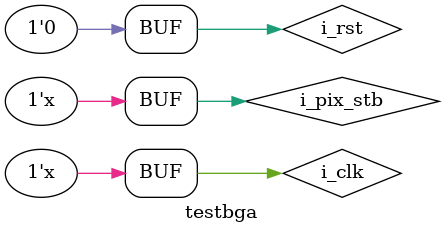
<source format=v>
`timescale 1ns / 1ps


module testbga;

	// Inputs
	reg i_clk;
	reg i_pix_stb;
	reg i_rst;

	// Outputs
	wire o_hs;
	wire o_vs;
	wire o_blanking;
	wire o_active;
	wire o_screenend;
	wire o_animate;
	wire [9:0] o_x;
	wire [8:0] o_y;

	// Instantiate the Unit Under Test (UUT)
	vga640x480 uut (
		.i_clk(i_clk), 
		.i_pix_stb(i_pix_stb), 
		.i_rst(i_rst), 
		.o_hs(o_hs), 
		.o_vs(o_vs), 
		.o_blanking(o_blanking), 
		.o_active(o_active), 
		.o_screenend(o_screenend), 
		.o_animate(o_animate), 
		.o_x(o_x), 
		.o_y(o_y)
	);

	initial begin
		// Initialize Inputs
		i_clk = 0;
		i_pix_stb = 0;
		i_rst = 0;

		// Wait 100 ns for global reset to finish
		#100;
        
		// Add stimulus here

	end
	always #2 i_clk = ~i_clk;
	always #4 i_pix_stb = ~i_pix_stb;
      
endmodule


</source>
